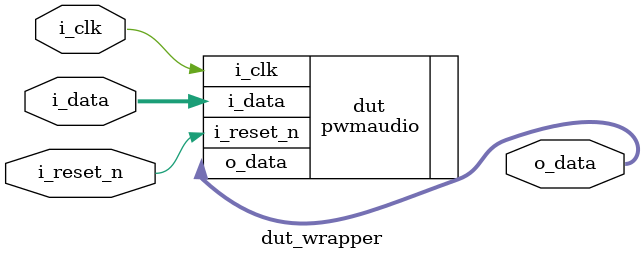
<source format=sv>
`timescale 1ps/1ps

module dut_wrapper(
    input wire i_clk,
    input wire i_reset_n,
    input wire [7:0] i_data,
    output wire [7:0] o_data
);

pwmaudio dut (
    .i_clk(i_clk),
    .i_reset_n(i_reset_n),
    .i_data(i_data),
    .o_data(o_data)
);

endmodule
</source>
